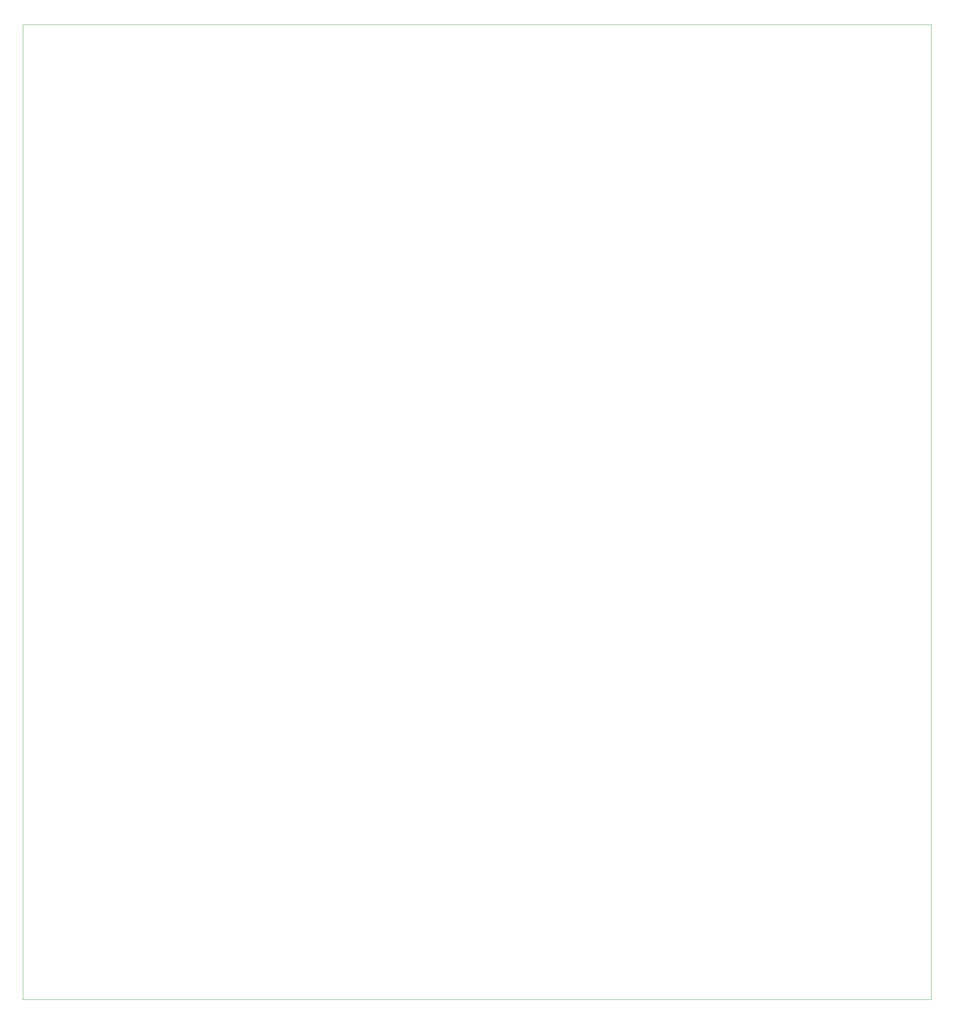
<source format=gbr>
%TF.GenerationSoftware,KiCad,Pcbnew,7.0.1*%
%TF.CreationDate,2023-10-18T00:44:07+03:00*%
%TF.ProjectId,turbo_86m_extender_board,74757262-6f5f-4383-966d-5f657874656e,rev?*%
%TF.SameCoordinates,Original*%
%TF.FileFunction,Profile,NP*%
%FSLAX46Y46*%
G04 Gerber Fmt 4.6, Leading zero omitted, Abs format (unit mm)*
G04 Created by KiCad (PCBNEW 7.0.1) date 2023-10-18 00:44:07*
%MOMM*%
%LPD*%
G01*
G04 APERTURE LIST*
%TA.AperFunction,Profile*%
%ADD10C,0.100000*%
%TD*%
G04 APERTURE END LIST*
D10*
X0Y0D02*
X232000000Y0D01*
X232000000Y-249000000D01*
X0Y-249000000D01*
X0Y0D01*
M02*

</source>
